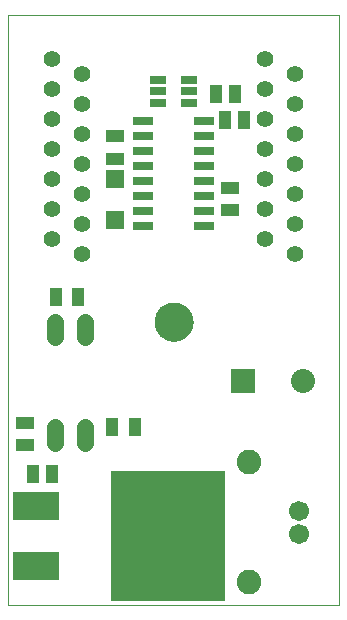
<source format=gts>
G75*
%MOIN*%
%OFA0B0*%
%FSLAX25Y25*%
%IPPOS*%
%LPD*%
%AMOC8*
5,1,8,0,0,1.08239X$1,22.5*
%
%ADD10C,0.00000*%
%ADD11C,0.12998*%
%ADD12C,0.08200*%
%ADD13C,0.06699*%
%ADD14R,0.15400X0.09534*%
%ADD15R,0.38392X0.43707*%
%ADD16R,0.07100X0.02500*%
%ADD17C,0.05600*%
%ADD18C,0.05600*%
%ADD19R,0.05400X0.02600*%
%ADD20C,0.08000*%
%ADD21R,0.08000X0.08000*%
%ADD22R,0.04000X0.06100*%
%ADD23R,0.05900X0.04400*%
%ADD24R,0.04400X0.05900*%
%ADD25R,0.06306X0.06306*%
D10*
X0030852Y0001008D02*
X0030852Y0197858D01*
X0141088Y0197858D01*
X0141088Y0001008D01*
X0030852Y0001008D01*
X0079671Y0095496D02*
X0079673Y0095654D01*
X0079679Y0095812D01*
X0079689Y0095970D01*
X0079703Y0096128D01*
X0079721Y0096285D01*
X0079742Y0096442D01*
X0079768Y0096598D01*
X0079798Y0096754D01*
X0079831Y0096909D01*
X0079869Y0097062D01*
X0079910Y0097215D01*
X0079955Y0097367D01*
X0080004Y0097518D01*
X0080057Y0097667D01*
X0080113Y0097815D01*
X0080173Y0097961D01*
X0080237Y0098106D01*
X0080305Y0098249D01*
X0080376Y0098391D01*
X0080450Y0098531D01*
X0080528Y0098668D01*
X0080610Y0098804D01*
X0080694Y0098938D01*
X0080783Y0099069D01*
X0080874Y0099198D01*
X0080969Y0099325D01*
X0081066Y0099450D01*
X0081167Y0099572D01*
X0081271Y0099691D01*
X0081378Y0099808D01*
X0081488Y0099922D01*
X0081601Y0100033D01*
X0081716Y0100142D01*
X0081834Y0100247D01*
X0081955Y0100349D01*
X0082078Y0100449D01*
X0082204Y0100545D01*
X0082332Y0100638D01*
X0082462Y0100728D01*
X0082595Y0100814D01*
X0082730Y0100898D01*
X0082866Y0100977D01*
X0083005Y0101054D01*
X0083146Y0101126D01*
X0083288Y0101196D01*
X0083432Y0101261D01*
X0083578Y0101323D01*
X0083725Y0101381D01*
X0083874Y0101436D01*
X0084024Y0101487D01*
X0084175Y0101534D01*
X0084327Y0101577D01*
X0084480Y0101616D01*
X0084635Y0101652D01*
X0084790Y0101683D01*
X0084946Y0101711D01*
X0085102Y0101735D01*
X0085259Y0101755D01*
X0085417Y0101771D01*
X0085574Y0101783D01*
X0085733Y0101791D01*
X0085891Y0101795D01*
X0086049Y0101795D01*
X0086207Y0101791D01*
X0086366Y0101783D01*
X0086523Y0101771D01*
X0086681Y0101755D01*
X0086838Y0101735D01*
X0086994Y0101711D01*
X0087150Y0101683D01*
X0087305Y0101652D01*
X0087460Y0101616D01*
X0087613Y0101577D01*
X0087765Y0101534D01*
X0087916Y0101487D01*
X0088066Y0101436D01*
X0088215Y0101381D01*
X0088362Y0101323D01*
X0088508Y0101261D01*
X0088652Y0101196D01*
X0088794Y0101126D01*
X0088935Y0101054D01*
X0089074Y0100977D01*
X0089210Y0100898D01*
X0089345Y0100814D01*
X0089478Y0100728D01*
X0089608Y0100638D01*
X0089736Y0100545D01*
X0089862Y0100449D01*
X0089985Y0100349D01*
X0090106Y0100247D01*
X0090224Y0100142D01*
X0090339Y0100033D01*
X0090452Y0099922D01*
X0090562Y0099808D01*
X0090669Y0099691D01*
X0090773Y0099572D01*
X0090874Y0099450D01*
X0090971Y0099325D01*
X0091066Y0099198D01*
X0091157Y0099069D01*
X0091246Y0098938D01*
X0091330Y0098804D01*
X0091412Y0098668D01*
X0091490Y0098531D01*
X0091564Y0098391D01*
X0091635Y0098249D01*
X0091703Y0098106D01*
X0091767Y0097961D01*
X0091827Y0097815D01*
X0091883Y0097667D01*
X0091936Y0097518D01*
X0091985Y0097367D01*
X0092030Y0097215D01*
X0092071Y0097062D01*
X0092109Y0096909D01*
X0092142Y0096754D01*
X0092172Y0096598D01*
X0092198Y0096442D01*
X0092219Y0096285D01*
X0092237Y0096128D01*
X0092251Y0095970D01*
X0092261Y0095812D01*
X0092267Y0095654D01*
X0092269Y0095496D01*
X0092267Y0095338D01*
X0092261Y0095180D01*
X0092251Y0095022D01*
X0092237Y0094864D01*
X0092219Y0094707D01*
X0092198Y0094550D01*
X0092172Y0094394D01*
X0092142Y0094238D01*
X0092109Y0094083D01*
X0092071Y0093930D01*
X0092030Y0093777D01*
X0091985Y0093625D01*
X0091936Y0093474D01*
X0091883Y0093325D01*
X0091827Y0093177D01*
X0091767Y0093031D01*
X0091703Y0092886D01*
X0091635Y0092743D01*
X0091564Y0092601D01*
X0091490Y0092461D01*
X0091412Y0092324D01*
X0091330Y0092188D01*
X0091246Y0092054D01*
X0091157Y0091923D01*
X0091066Y0091794D01*
X0090971Y0091667D01*
X0090874Y0091542D01*
X0090773Y0091420D01*
X0090669Y0091301D01*
X0090562Y0091184D01*
X0090452Y0091070D01*
X0090339Y0090959D01*
X0090224Y0090850D01*
X0090106Y0090745D01*
X0089985Y0090643D01*
X0089862Y0090543D01*
X0089736Y0090447D01*
X0089608Y0090354D01*
X0089478Y0090264D01*
X0089345Y0090178D01*
X0089210Y0090094D01*
X0089074Y0090015D01*
X0088935Y0089938D01*
X0088794Y0089866D01*
X0088652Y0089796D01*
X0088508Y0089731D01*
X0088362Y0089669D01*
X0088215Y0089611D01*
X0088066Y0089556D01*
X0087916Y0089505D01*
X0087765Y0089458D01*
X0087613Y0089415D01*
X0087460Y0089376D01*
X0087305Y0089340D01*
X0087150Y0089309D01*
X0086994Y0089281D01*
X0086838Y0089257D01*
X0086681Y0089237D01*
X0086523Y0089221D01*
X0086366Y0089209D01*
X0086207Y0089201D01*
X0086049Y0089197D01*
X0085891Y0089197D01*
X0085733Y0089201D01*
X0085574Y0089209D01*
X0085417Y0089221D01*
X0085259Y0089237D01*
X0085102Y0089257D01*
X0084946Y0089281D01*
X0084790Y0089309D01*
X0084635Y0089340D01*
X0084480Y0089376D01*
X0084327Y0089415D01*
X0084175Y0089458D01*
X0084024Y0089505D01*
X0083874Y0089556D01*
X0083725Y0089611D01*
X0083578Y0089669D01*
X0083432Y0089731D01*
X0083288Y0089796D01*
X0083146Y0089866D01*
X0083005Y0089938D01*
X0082866Y0090015D01*
X0082730Y0090094D01*
X0082595Y0090178D01*
X0082462Y0090264D01*
X0082332Y0090354D01*
X0082204Y0090447D01*
X0082078Y0090543D01*
X0081955Y0090643D01*
X0081834Y0090745D01*
X0081716Y0090850D01*
X0081601Y0090959D01*
X0081488Y0091070D01*
X0081378Y0091184D01*
X0081271Y0091301D01*
X0081167Y0091420D01*
X0081066Y0091542D01*
X0080969Y0091667D01*
X0080874Y0091794D01*
X0080783Y0091923D01*
X0080694Y0092054D01*
X0080610Y0092188D01*
X0080528Y0092324D01*
X0080450Y0092461D01*
X0080376Y0092601D01*
X0080305Y0092743D01*
X0080237Y0092886D01*
X0080173Y0093031D01*
X0080113Y0093177D01*
X0080057Y0093325D01*
X0080004Y0093474D01*
X0079955Y0093625D01*
X0079910Y0093777D01*
X0079869Y0093930D01*
X0079831Y0094083D01*
X0079798Y0094238D01*
X0079768Y0094394D01*
X0079742Y0094550D01*
X0079721Y0094707D01*
X0079703Y0094864D01*
X0079689Y0095022D01*
X0079679Y0095180D01*
X0079673Y0095338D01*
X0079671Y0095496D01*
D11*
X0085970Y0095496D03*
D12*
X0111127Y0048626D03*
X0111127Y0008626D03*
D13*
X0127683Y0024610D03*
X0127683Y0032484D03*
D14*
X0040124Y0034177D03*
X0040124Y0014177D03*
D15*
X0084100Y0024177D03*
D16*
X0075770Y0127563D03*
X0075770Y0132563D03*
X0075770Y0137563D03*
X0075770Y0142563D03*
X0075770Y0147563D03*
X0075770Y0152563D03*
X0075770Y0157563D03*
X0075770Y0162563D03*
X0096170Y0162563D03*
X0096170Y0157563D03*
X0096170Y0152563D03*
X0096170Y0147563D03*
X0096170Y0142563D03*
X0096170Y0137563D03*
X0096170Y0132563D03*
X0096170Y0127563D03*
D17*
X0116403Y0123114D03*
X0116403Y0133114D03*
X0116403Y0143114D03*
X0116403Y0153114D03*
X0116403Y0163114D03*
X0116403Y0173114D03*
X0116403Y0183114D03*
X0126403Y0178114D03*
X0126403Y0168114D03*
X0126403Y0158114D03*
X0126403Y0148114D03*
X0126403Y0138114D03*
X0126403Y0128114D03*
X0126403Y0118114D03*
X0055537Y0118114D03*
X0055537Y0128114D03*
X0055537Y0138114D03*
X0055537Y0148114D03*
X0055537Y0158114D03*
X0055537Y0168114D03*
X0055537Y0178114D03*
X0045537Y0173114D03*
X0045537Y0163114D03*
X0045537Y0153114D03*
X0045537Y0143114D03*
X0045537Y0133114D03*
X0045537Y0123114D03*
X0045537Y0183114D03*
D18*
X0046521Y0095519D02*
X0046521Y0090319D01*
X0056521Y0090319D02*
X0056521Y0095519D01*
X0056521Y0060319D02*
X0056521Y0055119D01*
X0046521Y0055119D02*
X0046521Y0060319D01*
D19*
X0080870Y0168568D03*
X0080870Y0172268D03*
X0080870Y0175968D03*
X0091070Y0175968D03*
X0091070Y0172268D03*
X0091070Y0168568D03*
D20*
X0128942Y0075811D03*
D21*
X0108942Y0075811D03*
D22*
X0045371Y0044807D03*
X0038971Y0044807D03*
X0102947Y0162917D03*
X0109347Y0162917D03*
X0106394Y0171283D03*
X0099994Y0171283D03*
D23*
X0104671Y0140043D03*
X0104671Y0132643D03*
X0066285Y0149867D03*
X0066285Y0157267D03*
X0036265Y0061794D03*
X0036265Y0054394D03*
D24*
X0065538Y0060555D03*
X0072938Y0060555D03*
X0054237Y0103862D03*
X0046837Y0103862D03*
D25*
X0066285Y0129453D03*
X0066285Y0143232D03*
M02*

</source>
